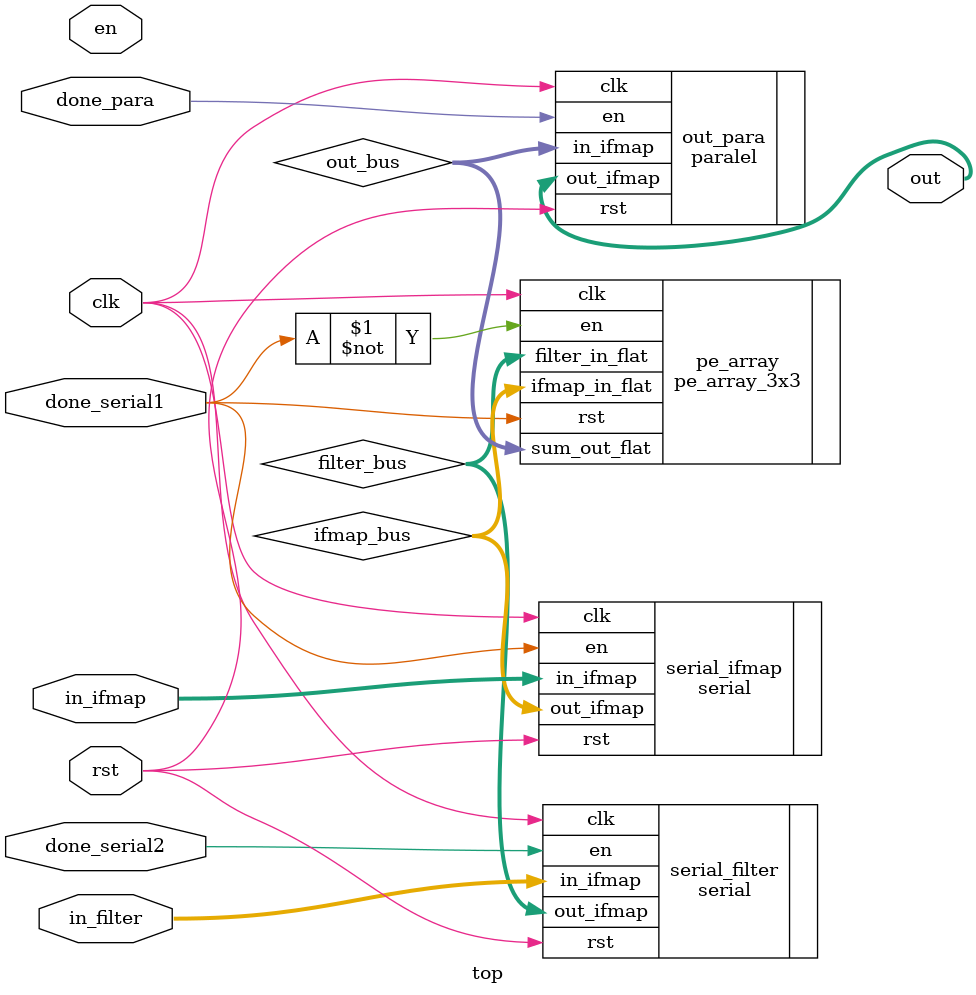
<source format=v>
`include "serial.v"
`include "parallel.v"
`include "pe_3x3.v"

module top(
    input  wire              clk,
    input  wire              done_serial1,  // =1 là chế độ đọc serial
    input  wire              done_serial2,
    input  wire              done_para,
    input  wire              rst,
    input  wire              en,
    input  wire [7:0]        in_ifmap,
    input  wire [7:0]        in_filter,
    output reg [7:0]         out
);

wire [199:0]ifmap_bus;
wire [71:0]filter_bus;
wire [71:0]out_bus;

serial #(.BUS(199)) serial_ifmap (
    .clk(clk),
    .rst(rst),
    .en(done_serial1),
    .in_ifmap(in_ifmap),
    .out_ifmap(ifmap_bus)
);

serial #(.BUS(71)) serial_filter (
    .clk(clk),
    .rst(rst),
    .en(done_serial2),
    .in_ifmap(in_filter),
    .out_ifmap(filter_bus)
);

pe_array_3x3 pe_array (
    .clk(clk),
    .en(~done_serial1),
    .rst(done_serial1),
    .ifmap_in_flat(ifmap_bus),
    .filter_in_flat(filter_bus),
    .sum_out_flat(out_bus)
);

paralel #(.BUS(71)) out_para (
    .clk(clk),
    .rst(rst),
    .en(done_para),
    .in_ifmap(out_bus),
    .out_ifmap(out)
);

endmodule
</source>
